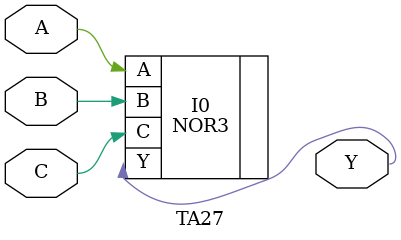
<source format=v>
`timescale 1 ns / 100 ps
module TA27( A, B, C, Y );

input A, B, C;
output Y;










specify 
    specparam CDS_LIBNAME  = "3200DX";
    specparam CDS_CELLNAME = "TA27";
    specparam CDS_VIEWNAME = "schematic";
endspecify

NOR3  I0( .A(A), .B(B), .C(C), .Y(Y));

endmodule

</source>
